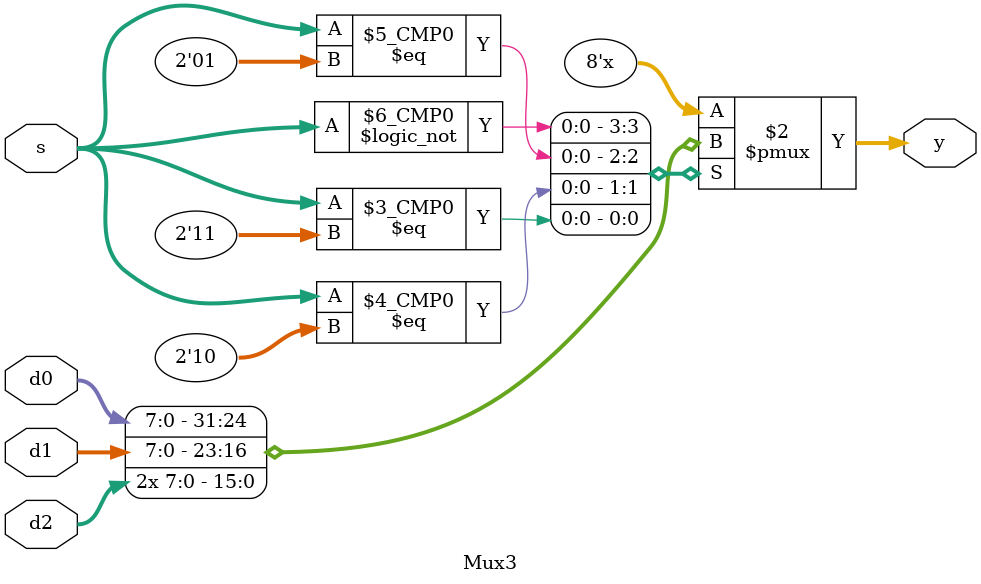
<source format=sv>

module Mux3 #(parameter W = 8) (
  input        [W-1:0] d0, 
                       d1, 
                       d2,
  input        [1:0]   s,
  output logic [W-1:0] y
  );

//  s1   s0    y
//  0     0   d0
//  0     1	  d1
//  1     0   d2
//  1     1	  d2

  always_comb begin
    case(s)
		2'b00: y = d0;
		2'b01: y = d1;
		2'b10: y = d2;
		2'b11: y = d2;
	  endcase
  end
  
endmodule



</source>
